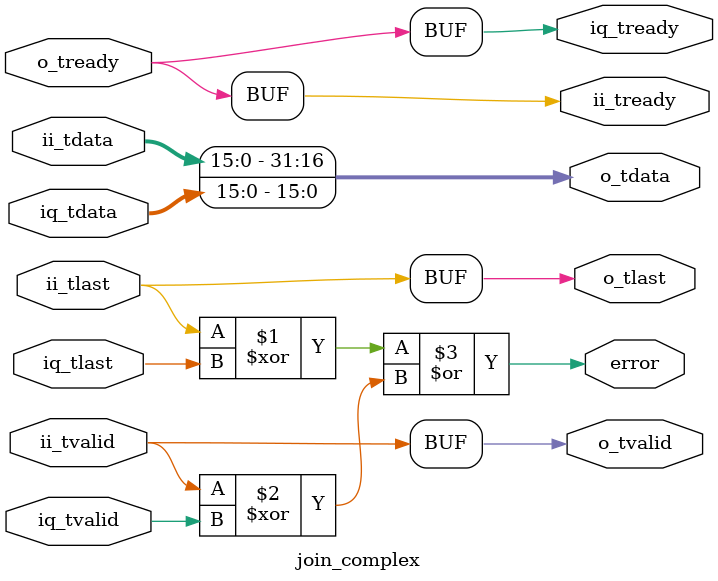
<source format=v>


// Module to join a complex stream to I and Q outputs.  NOTE -- ONLY works when you can guarantee upstream paths match!

module join_complex
  #(parameter WIDTH=16)
   (input [WIDTH-1:0] ii_tdata, input ii_tlast, input ii_tvalid, output ii_tready,
    input [WIDTH-1:0] iq_tdata, input iq_tlast, input iq_tvalid, output iq_tready,
    output [WIDTH*2-1:0] o_tdata, output o_tlast, output o_tvalid, input o_tready,
    output error);

   assign o_tdata = {ii_tdata,iq_tdata};

   assign o_tlast = ii_tlast;

   assign o_tvalid = ii_tvalid;

   assign ii_tready = o_tready;
   assign iq_tready = o_tready;

   assign  error = (ii_tlast ^ iq_tlast) | (ii_tvalid ^ iq_tvalid);
      
endmodule // join_complex

</source>
